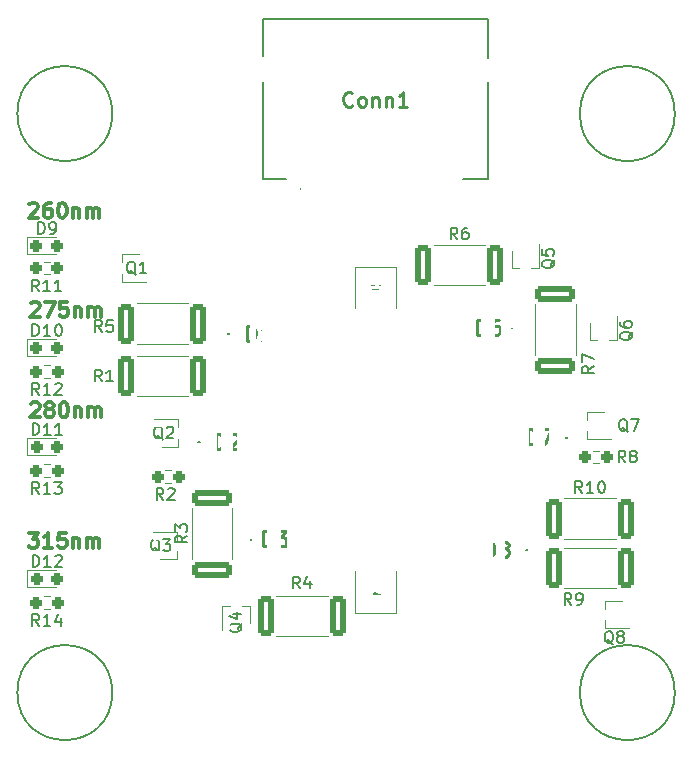
<source format=gto>
%TF.GenerationSoftware,KiCad,Pcbnew,(6.0.10)*%
%TF.CreationDate,2022-12-30T01:06:13-06:00*%
%TF.ProjectId,FluorometerLightSource,466c756f-726f-46d6-9574-65724c696768,rev?*%
%TF.SameCoordinates,Original*%
%TF.FileFunction,Legend,Top*%
%TF.FilePolarity,Positive*%
%FSLAX46Y46*%
G04 Gerber Fmt 4.6, Leading zero omitted, Abs format (unit mm)*
G04 Created by KiCad (PCBNEW (6.0.10)) date 2022-12-30 01:06:13*
%MOMM*%
%LPD*%
G01*
G04 APERTURE LIST*
G04 Aperture macros list*
%AMRoundRect*
0 Rectangle with rounded corners*
0 $1 Rounding radius*
0 $2 $3 $4 $5 $6 $7 $8 $9 X,Y pos of 4 corners*
0 Add a 4 corners polygon primitive as box body*
4,1,4,$2,$3,$4,$5,$6,$7,$8,$9,$2,$3,0*
0 Add four circle primitives for the rounded corners*
1,1,$1+$1,$2,$3*
1,1,$1+$1,$4,$5*
1,1,$1+$1,$6,$7*
1,1,$1+$1,$8,$9*
0 Add four rect primitives between the rounded corners*
20,1,$1+$1,$2,$3,$4,$5,0*
20,1,$1+$1,$4,$5,$6,$7,0*
20,1,$1+$1,$6,$7,$8,$9,0*
20,1,$1+$1,$8,$9,$2,$3,0*%
G04 Aperture macros list end*
%ADD10C,0.300000*%
%ADD11C,0.150000*%
%ADD12C,0.254000*%
%ADD13C,0.120000*%
%ADD14C,0.100000*%
%ADD15C,0.200000*%
%ADD16RoundRect,0.237500X-0.250000X-0.237500X0.250000X-0.237500X0.250000X0.237500X-0.250000X0.237500X0*%
%ADD17RoundRect,0.237500X-0.287500X-0.237500X0.287500X-0.237500X0.287500X0.237500X-0.287500X0.237500X0*%
%ADD18R,0.500000X3.150000*%
%ADD19R,0.500000X3.160000*%
%ADD20R,1.240000X3.150000*%
%ADD21R,3.150000X1.330000*%
%ADD22R,0.600000X3.200000*%
%ADD23R,1.000000X3.200000*%
%ADD24C,2.946400*%
%ADD25R,0.700000X0.450000*%
%ADD26RoundRect,0.249999X-1.425001X0.450001X-1.425001X-0.450001X1.425001X-0.450001X1.425001X0.450001X0*%
%ADD27RoundRect,0.237500X0.250000X0.237500X-0.250000X0.237500X-0.250000X-0.237500X0.250000X-0.237500X0*%
%ADD28R,0.450000X0.700000*%
%ADD29RoundRect,0.249999X-0.450001X-1.425001X0.450001X-1.425001X0.450001X1.425001X-0.450001X1.425001X0*%
%ADD30R,0.900000X3.400000*%
%ADD31R,1.000000X3.400000*%
%ADD32RoundRect,0.249999X0.450001X1.425001X-0.450001X1.425001X-0.450001X-1.425001X0.450001X-1.425001X0*%
%ADD33C,3.400000*%
%ADD34R,1.635000X1.635000*%
%ADD35C,1.635000*%
G04 APERTURE END LIST*
D10*
X133089952Y-118049523D02*
X133876142Y-118049523D01*
X133452809Y-118533333D01*
X133634238Y-118533333D01*
X133755190Y-118593809D01*
X133815666Y-118654285D01*
X133876142Y-118775238D01*
X133876142Y-119077619D01*
X133815666Y-119198571D01*
X133755190Y-119259047D01*
X133634238Y-119319523D01*
X133271380Y-119319523D01*
X133150428Y-119259047D01*
X133089952Y-119198571D01*
X135085666Y-119319523D02*
X134359952Y-119319523D01*
X134722809Y-119319523D02*
X134722809Y-118049523D01*
X134601857Y-118230952D01*
X134480904Y-118351904D01*
X134359952Y-118412380D01*
X136234714Y-118049523D02*
X135629952Y-118049523D01*
X135569476Y-118654285D01*
X135629952Y-118593809D01*
X135750904Y-118533333D01*
X136053285Y-118533333D01*
X136174238Y-118593809D01*
X136234714Y-118654285D01*
X136295190Y-118775238D01*
X136295190Y-119077619D01*
X136234714Y-119198571D01*
X136174238Y-119259047D01*
X136053285Y-119319523D01*
X135750904Y-119319523D01*
X135629952Y-119259047D01*
X135569476Y-119198571D01*
X136839476Y-118472857D02*
X136839476Y-119319523D01*
X136839476Y-118593809D02*
X136899952Y-118533333D01*
X137020904Y-118472857D01*
X137202333Y-118472857D01*
X137323285Y-118533333D01*
X137383761Y-118654285D01*
X137383761Y-119319523D01*
X137988523Y-119319523D02*
X137988523Y-118472857D01*
X137988523Y-118593809D02*
X138049000Y-118533333D01*
X138169952Y-118472857D01*
X138351380Y-118472857D01*
X138472333Y-118533333D01*
X138532809Y-118654285D01*
X138532809Y-119319523D01*
X138532809Y-118654285D02*
X138593285Y-118533333D01*
X138714238Y-118472857D01*
X138895666Y-118472857D01*
X139016619Y-118533333D01*
X139077095Y-118654285D01*
X139077095Y-119319523D01*
X133277428Y-107121476D02*
X133337904Y-107061000D01*
X133458857Y-107000523D01*
X133761238Y-107000523D01*
X133882190Y-107061000D01*
X133942666Y-107121476D01*
X134003142Y-107242428D01*
X134003142Y-107363380D01*
X133942666Y-107544809D01*
X133216952Y-108270523D01*
X134003142Y-108270523D01*
X134728857Y-107544809D02*
X134607904Y-107484333D01*
X134547428Y-107423857D01*
X134486952Y-107302904D01*
X134486952Y-107242428D01*
X134547428Y-107121476D01*
X134607904Y-107061000D01*
X134728857Y-107000523D01*
X134970761Y-107000523D01*
X135091714Y-107061000D01*
X135152190Y-107121476D01*
X135212666Y-107242428D01*
X135212666Y-107302904D01*
X135152190Y-107423857D01*
X135091714Y-107484333D01*
X134970761Y-107544809D01*
X134728857Y-107544809D01*
X134607904Y-107605285D01*
X134547428Y-107665761D01*
X134486952Y-107786714D01*
X134486952Y-108028619D01*
X134547428Y-108149571D01*
X134607904Y-108210047D01*
X134728857Y-108270523D01*
X134970761Y-108270523D01*
X135091714Y-108210047D01*
X135152190Y-108149571D01*
X135212666Y-108028619D01*
X135212666Y-107786714D01*
X135152190Y-107665761D01*
X135091714Y-107605285D01*
X134970761Y-107544809D01*
X135998857Y-107000523D02*
X136119809Y-107000523D01*
X136240761Y-107061000D01*
X136301238Y-107121476D01*
X136361714Y-107242428D01*
X136422190Y-107484333D01*
X136422190Y-107786714D01*
X136361714Y-108028619D01*
X136301238Y-108149571D01*
X136240761Y-108210047D01*
X136119809Y-108270523D01*
X135998857Y-108270523D01*
X135877904Y-108210047D01*
X135817428Y-108149571D01*
X135756952Y-108028619D01*
X135696476Y-107786714D01*
X135696476Y-107484333D01*
X135756952Y-107242428D01*
X135817428Y-107121476D01*
X135877904Y-107061000D01*
X135998857Y-107000523D01*
X136966476Y-107423857D02*
X136966476Y-108270523D01*
X136966476Y-107544809D02*
X137026952Y-107484333D01*
X137147904Y-107423857D01*
X137329333Y-107423857D01*
X137450285Y-107484333D01*
X137510761Y-107605285D01*
X137510761Y-108270523D01*
X138115523Y-108270523D02*
X138115523Y-107423857D01*
X138115523Y-107544809D02*
X138176000Y-107484333D01*
X138296952Y-107423857D01*
X138478380Y-107423857D01*
X138599333Y-107484333D01*
X138659809Y-107605285D01*
X138659809Y-108270523D01*
X138659809Y-107605285D02*
X138720285Y-107484333D01*
X138841238Y-107423857D01*
X139022666Y-107423857D01*
X139143619Y-107484333D01*
X139204095Y-107605285D01*
X139204095Y-108270523D01*
X133277428Y-98612476D02*
X133337904Y-98552000D01*
X133458857Y-98491523D01*
X133761238Y-98491523D01*
X133882190Y-98552000D01*
X133942666Y-98612476D01*
X134003142Y-98733428D01*
X134003142Y-98854380D01*
X133942666Y-99035809D01*
X133216952Y-99761523D01*
X134003142Y-99761523D01*
X134426476Y-98491523D02*
X135273142Y-98491523D01*
X134728857Y-99761523D01*
X136361714Y-98491523D02*
X135756952Y-98491523D01*
X135696476Y-99096285D01*
X135756952Y-99035809D01*
X135877904Y-98975333D01*
X136180285Y-98975333D01*
X136301238Y-99035809D01*
X136361714Y-99096285D01*
X136422190Y-99217238D01*
X136422190Y-99519619D01*
X136361714Y-99640571D01*
X136301238Y-99701047D01*
X136180285Y-99761523D01*
X135877904Y-99761523D01*
X135756952Y-99701047D01*
X135696476Y-99640571D01*
X136966476Y-98914857D02*
X136966476Y-99761523D01*
X136966476Y-99035809D02*
X137026952Y-98975333D01*
X137147904Y-98914857D01*
X137329333Y-98914857D01*
X137450285Y-98975333D01*
X137510761Y-99096285D01*
X137510761Y-99761523D01*
X138115523Y-99761523D02*
X138115523Y-98914857D01*
X138115523Y-99035809D02*
X138176000Y-98975333D01*
X138296952Y-98914857D01*
X138478380Y-98914857D01*
X138599333Y-98975333D01*
X138659809Y-99096285D01*
X138659809Y-99761523D01*
X138659809Y-99096285D02*
X138720285Y-98975333D01*
X138841238Y-98914857D01*
X139022666Y-98914857D01*
X139143619Y-98975333D01*
X139204095Y-99096285D01*
X139204095Y-99761523D01*
X133150428Y-90230476D02*
X133210904Y-90170000D01*
X133331857Y-90109523D01*
X133634238Y-90109523D01*
X133755190Y-90170000D01*
X133815666Y-90230476D01*
X133876142Y-90351428D01*
X133876142Y-90472380D01*
X133815666Y-90653809D01*
X133089952Y-91379523D01*
X133876142Y-91379523D01*
X134964714Y-90109523D02*
X134722809Y-90109523D01*
X134601857Y-90170000D01*
X134541380Y-90230476D01*
X134420428Y-90411904D01*
X134359952Y-90653809D01*
X134359952Y-91137619D01*
X134420428Y-91258571D01*
X134480904Y-91319047D01*
X134601857Y-91379523D01*
X134843761Y-91379523D01*
X134964714Y-91319047D01*
X135025190Y-91258571D01*
X135085666Y-91137619D01*
X135085666Y-90835238D01*
X135025190Y-90714285D01*
X134964714Y-90653809D01*
X134843761Y-90593333D01*
X134601857Y-90593333D01*
X134480904Y-90653809D01*
X134420428Y-90714285D01*
X134359952Y-90835238D01*
X135871857Y-90109523D02*
X135992809Y-90109523D01*
X136113761Y-90170000D01*
X136174238Y-90230476D01*
X136234714Y-90351428D01*
X136295190Y-90593333D01*
X136295190Y-90895714D01*
X136234714Y-91137619D01*
X136174238Y-91258571D01*
X136113761Y-91319047D01*
X135992809Y-91379523D01*
X135871857Y-91379523D01*
X135750904Y-91319047D01*
X135690428Y-91258571D01*
X135629952Y-91137619D01*
X135569476Y-90895714D01*
X135569476Y-90593333D01*
X135629952Y-90351428D01*
X135690428Y-90230476D01*
X135750904Y-90170000D01*
X135871857Y-90109523D01*
X136839476Y-90532857D02*
X136839476Y-91379523D01*
X136839476Y-90653809D02*
X136899952Y-90593333D01*
X137020904Y-90532857D01*
X137202333Y-90532857D01*
X137323285Y-90593333D01*
X137383761Y-90714285D01*
X137383761Y-91379523D01*
X137988523Y-91379523D02*
X137988523Y-90532857D01*
X137988523Y-90653809D02*
X138049000Y-90593333D01*
X138169952Y-90532857D01*
X138351380Y-90532857D01*
X138472333Y-90593333D01*
X138532809Y-90714285D01*
X138532809Y-91379523D01*
X138532809Y-90714285D02*
X138593285Y-90593333D01*
X138714238Y-90532857D01*
X138895666Y-90532857D01*
X139016619Y-90593333D01*
X139077095Y-90714285D01*
X139077095Y-91379523D01*
D11*
X133977142Y-125928380D02*
X133643809Y-125452190D01*
X133405714Y-125928380D02*
X133405714Y-124928380D01*
X133786666Y-124928380D01*
X133881904Y-124976000D01*
X133929523Y-125023619D01*
X133977142Y-125118857D01*
X133977142Y-125261714D01*
X133929523Y-125356952D01*
X133881904Y-125404571D01*
X133786666Y-125452190D01*
X133405714Y-125452190D01*
X134929523Y-125928380D02*
X134358095Y-125928380D01*
X134643809Y-125928380D02*
X134643809Y-124928380D01*
X134548571Y-125071238D01*
X134453333Y-125166476D01*
X134358095Y-125214095D01*
X135786666Y-125261714D02*
X135786666Y-125928380D01*
X135548571Y-124880761D02*
X135310476Y-125595047D01*
X135929523Y-125595047D01*
X133977142Y-114752380D02*
X133643809Y-114276190D01*
X133405714Y-114752380D02*
X133405714Y-113752380D01*
X133786666Y-113752380D01*
X133881904Y-113800000D01*
X133929523Y-113847619D01*
X133977142Y-113942857D01*
X133977142Y-114085714D01*
X133929523Y-114180952D01*
X133881904Y-114228571D01*
X133786666Y-114276190D01*
X133405714Y-114276190D01*
X134929523Y-114752380D02*
X134358095Y-114752380D01*
X134643809Y-114752380D02*
X134643809Y-113752380D01*
X134548571Y-113895238D01*
X134453333Y-113990476D01*
X134358095Y-114038095D01*
X135262857Y-113752380D02*
X135881904Y-113752380D01*
X135548571Y-114133333D01*
X135691428Y-114133333D01*
X135786666Y-114180952D01*
X135834285Y-114228571D01*
X135881904Y-114323809D01*
X135881904Y-114561904D01*
X135834285Y-114657142D01*
X135786666Y-114704761D01*
X135691428Y-114752380D01*
X135405714Y-114752380D01*
X135310476Y-114704761D01*
X135262857Y-114657142D01*
X133977142Y-106370380D02*
X133643809Y-105894190D01*
X133405714Y-106370380D02*
X133405714Y-105370380D01*
X133786666Y-105370380D01*
X133881904Y-105418000D01*
X133929523Y-105465619D01*
X133977142Y-105560857D01*
X133977142Y-105703714D01*
X133929523Y-105798952D01*
X133881904Y-105846571D01*
X133786666Y-105894190D01*
X133405714Y-105894190D01*
X134929523Y-106370380D02*
X134358095Y-106370380D01*
X134643809Y-106370380D02*
X134643809Y-105370380D01*
X134548571Y-105513238D01*
X134453333Y-105608476D01*
X134358095Y-105656095D01*
X135310476Y-105465619D02*
X135358095Y-105418000D01*
X135453333Y-105370380D01*
X135691428Y-105370380D01*
X135786666Y-105418000D01*
X135834285Y-105465619D01*
X135881904Y-105560857D01*
X135881904Y-105656095D01*
X135834285Y-105798952D01*
X135262857Y-106370380D01*
X135881904Y-106370380D01*
X133953642Y-97607380D02*
X133620309Y-97131190D01*
X133382214Y-97607380D02*
X133382214Y-96607380D01*
X133763166Y-96607380D01*
X133858404Y-96655000D01*
X133906023Y-96702619D01*
X133953642Y-96797857D01*
X133953642Y-96940714D01*
X133906023Y-97035952D01*
X133858404Y-97083571D01*
X133763166Y-97131190D01*
X133382214Y-97131190D01*
X134906023Y-97607380D02*
X134334595Y-97607380D01*
X134620309Y-97607380D02*
X134620309Y-96607380D01*
X134525071Y-96750238D01*
X134429833Y-96845476D01*
X134334595Y-96893095D01*
X135858404Y-97607380D02*
X135286976Y-97607380D01*
X135572690Y-97607380D02*
X135572690Y-96607380D01*
X135477452Y-96750238D01*
X135382214Y-96845476D01*
X135286976Y-96893095D01*
X133419714Y-120942380D02*
X133419714Y-119942380D01*
X133657809Y-119942380D01*
X133800666Y-119990000D01*
X133895904Y-120085238D01*
X133943523Y-120180476D01*
X133991142Y-120370952D01*
X133991142Y-120513809D01*
X133943523Y-120704285D01*
X133895904Y-120799523D01*
X133800666Y-120894761D01*
X133657809Y-120942380D01*
X133419714Y-120942380D01*
X134943523Y-120942380D02*
X134372095Y-120942380D01*
X134657809Y-120942380D02*
X134657809Y-119942380D01*
X134562571Y-120085238D01*
X134467333Y-120180476D01*
X134372095Y-120228095D01*
X135324476Y-120037619D02*
X135372095Y-119990000D01*
X135467333Y-119942380D01*
X135705428Y-119942380D01*
X135800666Y-119990000D01*
X135848285Y-120037619D01*
X135895904Y-120132857D01*
X135895904Y-120228095D01*
X135848285Y-120370952D01*
X135276857Y-120942380D01*
X135895904Y-120942380D01*
X133419714Y-109766380D02*
X133419714Y-108766380D01*
X133657809Y-108766380D01*
X133800666Y-108814000D01*
X133895904Y-108909238D01*
X133943523Y-109004476D01*
X133991142Y-109194952D01*
X133991142Y-109337809D01*
X133943523Y-109528285D01*
X133895904Y-109623523D01*
X133800666Y-109718761D01*
X133657809Y-109766380D01*
X133419714Y-109766380D01*
X134943523Y-109766380D02*
X134372095Y-109766380D01*
X134657809Y-109766380D02*
X134657809Y-108766380D01*
X134562571Y-108909238D01*
X134467333Y-109004476D01*
X134372095Y-109052095D01*
X135895904Y-109766380D02*
X135324476Y-109766380D01*
X135610190Y-109766380D02*
X135610190Y-108766380D01*
X135514952Y-108909238D01*
X135419714Y-109004476D01*
X135324476Y-109052095D01*
X133405714Y-101384380D02*
X133405714Y-100384380D01*
X133643809Y-100384380D01*
X133786666Y-100432000D01*
X133881904Y-100527238D01*
X133929523Y-100622476D01*
X133977142Y-100812952D01*
X133977142Y-100955809D01*
X133929523Y-101146285D01*
X133881904Y-101241523D01*
X133786666Y-101336761D01*
X133643809Y-101384380D01*
X133405714Y-101384380D01*
X134929523Y-101384380D02*
X134358095Y-101384380D01*
X134643809Y-101384380D02*
X134643809Y-100384380D01*
X134548571Y-100527238D01*
X134453333Y-100622476D01*
X134358095Y-100670095D01*
X135548571Y-100384380D02*
X135643809Y-100384380D01*
X135739047Y-100432000D01*
X135786666Y-100479619D01*
X135834285Y-100574857D01*
X135881904Y-100765333D01*
X135881904Y-101003428D01*
X135834285Y-101193904D01*
X135786666Y-101289142D01*
X135739047Y-101336761D01*
X135643809Y-101384380D01*
X135548571Y-101384380D01*
X135453333Y-101336761D01*
X135405714Y-101289142D01*
X135358095Y-101193904D01*
X135310476Y-101003428D01*
X135310476Y-100765333D01*
X135358095Y-100574857D01*
X135405714Y-100479619D01*
X135453333Y-100432000D01*
X135548571Y-100384380D01*
X133881904Y-92748380D02*
X133881904Y-91748380D01*
X134120000Y-91748380D01*
X134262857Y-91796000D01*
X134358095Y-91891238D01*
X134405714Y-91986476D01*
X134453333Y-92176952D01*
X134453333Y-92319809D01*
X134405714Y-92510285D01*
X134358095Y-92605523D01*
X134262857Y-92700761D01*
X134120000Y-92748380D01*
X133881904Y-92748380D01*
X134929523Y-92748380D02*
X135120000Y-92748380D01*
X135215238Y-92700761D01*
X135262857Y-92653142D01*
X135358095Y-92510285D01*
X135405714Y-92319809D01*
X135405714Y-91938857D01*
X135358095Y-91843619D01*
X135310476Y-91796000D01*
X135215238Y-91748380D01*
X135024761Y-91748380D01*
X134929523Y-91796000D01*
X134881904Y-91843619D01*
X134834285Y-91938857D01*
X134834285Y-92176952D01*
X134881904Y-92272190D01*
X134929523Y-92319809D01*
X135024761Y-92367428D01*
X135215238Y-92367428D01*
X135310476Y-92319809D01*
X135358095Y-92272190D01*
X135405714Y-92176952D01*
D12*
X171054619Y-101285523D02*
X171054619Y-100015523D01*
X171357000Y-100015523D01*
X171538428Y-100076000D01*
X171659380Y-100196952D01*
X171719857Y-100317904D01*
X171780333Y-100559809D01*
X171780333Y-100741238D01*
X171719857Y-100983142D01*
X171659380Y-101104095D01*
X171538428Y-101225047D01*
X171357000Y-101285523D01*
X171054619Y-101285523D01*
X172868904Y-100015523D02*
X172627000Y-100015523D01*
X172506047Y-100076000D01*
X172445571Y-100136476D01*
X172324619Y-100317904D01*
X172264142Y-100559809D01*
X172264142Y-101043619D01*
X172324619Y-101164571D01*
X172385095Y-101225047D01*
X172506047Y-101285523D01*
X172747952Y-101285523D01*
X172868904Y-101225047D01*
X172929380Y-101164571D01*
X172989857Y-101043619D01*
X172989857Y-100741238D01*
X172929380Y-100620285D01*
X172868904Y-100559809D01*
X172747952Y-100499333D01*
X172506047Y-100499333D01*
X172385095Y-100559809D01*
X172324619Y-100620285D01*
X172264142Y-100741238D01*
D11*
X162885380Y-98020095D02*
X161885380Y-98020095D01*
X161885380Y-97782000D01*
X161933000Y-97639142D01*
X162028238Y-97543904D01*
X162123476Y-97496285D01*
X162313952Y-97448666D01*
X162456809Y-97448666D01*
X162647285Y-97496285D01*
X162742523Y-97543904D01*
X162837761Y-97639142D01*
X162885380Y-97782000D01*
X162885380Y-98020095D01*
X161885380Y-96543904D02*
X161885380Y-97020095D01*
X162361571Y-97067714D01*
X162313952Y-97020095D01*
X162266333Y-96924857D01*
X162266333Y-96686761D01*
X162313952Y-96591523D01*
X162361571Y-96543904D01*
X162456809Y-96496285D01*
X162694904Y-96496285D01*
X162790142Y-96543904D01*
X162837761Y-96591523D01*
X162885380Y-96686761D01*
X162885380Y-96924857D01*
X162837761Y-97020095D01*
X162790142Y-97067714D01*
D12*
X171782619Y-120081523D02*
X171782619Y-118811523D01*
X172085000Y-118811523D01*
X172266428Y-118872000D01*
X172387380Y-118992952D01*
X172447857Y-119113904D01*
X172508333Y-119355809D01*
X172508333Y-119537238D01*
X172447857Y-119779142D01*
X172387380Y-119900095D01*
X172266428Y-120021047D01*
X172085000Y-120081523D01*
X171782619Y-120081523D01*
X173234047Y-119355809D02*
X173113095Y-119295333D01*
X173052619Y-119234857D01*
X172992142Y-119113904D01*
X172992142Y-119053428D01*
X173052619Y-118932476D01*
X173113095Y-118872000D01*
X173234047Y-118811523D01*
X173475952Y-118811523D01*
X173596904Y-118872000D01*
X173657380Y-118932476D01*
X173717857Y-119053428D01*
X173717857Y-119113904D01*
X173657380Y-119234857D01*
X173596904Y-119295333D01*
X173475952Y-119355809D01*
X173234047Y-119355809D01*
X173113095Y-119416285D01*
X173052619Y-119476761D01*
X172992142Y-119597714D01*
X172992142Y-119839619D01*
X173052619Y-119960571D01*
X173113095Y-120021047D01*
X173234047Y-120081523D01*
X173475952Y-120081523D01*
X173596904Y-120021047D01*
X173657380Y-119960571D01*
X173717857Y-119839619D01*
X173717857Y-119597714D01*
X173657380Y-119476761D01*
X173596904Y-119416285D01*
X173475952Y-119355809D01*
X152952619Y-119192523D02*
X152952619Y-117922523D01*
X153255000Y-117922523D01*
X153436428Y-117983000D01*
X153557380Y-118103952D01*
X153617857Y-118224904D01*
X153678333Y-118466809D01*
X153678333Y-118648238D01*
X153617857Y-118890142D01*
X153557380Y-119011095D01*
X153436428Y-119132047D01*
X153255000Y-119192523D01*
X152952619Y-119192523D01*
X154101666Y-117922523D02*
X154887857Y-117922523D01*
X154464523Y-118406333D01*
X154645952Y-118406333D01*
X154766904Y-118466809D01*
X154827380Y-118527285D01*
X154887857Y-118648238D01*
X154887857Y-118950619D01*
X154827380Y-119071571D01*
X154766904Y-119132047D01*
X154645952Y-119192523D01*
X154283095Y-119192523D01*
X154162142Y-119132047D01*
X154101666Y-119071571D01*
D11*
X182580761Y-127465619D02*
X182485523Y-127418000D01*
X182390285Y-127322761D01*
X182247428Y-127179904D01*
X182152190Y-127132285D01*
X182056952Y-127132285D01*
X182104571Y-127370380D02*
X182009333Y-127322761D01*
X181914095Y-127227523D01*
X181866476Y-127037047D01*
X181866476Y-126703714D01*
X181914095Y-126513238D01*
X182009333Y-126418000D01*
X182104571Y-126370380D01*
X182295047Y-126370380D01*
X182390285Y-126418000D01*
X182485523Y-126513238D01*
X182533142Y-126703714D01*
X182533142Y-127037047D01*
X182485523Y-127227523D01*
X182390285Y-127322761D01*
X182295047Y-127370380D01*
X182104571Y-127370380D01*
X183104571Y-126798952D02*
X183009333Y-126751333D01*
X182961714Y-126703714D01*
X182914095Y-126608476D01*
X182914095Y-126560857D01*
X182961714Y-126465619D01*
X183009333Y-126418000D01*
X183104571Y-126370380D01*
X183295047Y-126370380D01*
X183390285Y-126418000D01*
X183437904Y-126465619D01*
X183485523Y-126560857D01*
X183485523Y-126608476D01*
X183437904Y-126703714D01*
X183390285Y-126751333D01*
X183295047Y-126798952D01*
X183104571Y-126798952D01*
X183009333Y-126846571D01*
X182961714Y-126894190D01*
X182914095Y-126989428D01*
X182914095Y-127179904D01*
X182961714Y-127275142D01*
X183009333Y-127322761D01*
X183104571Y-127370380D01*
X183295047Y-127370380D01*
X183390285Y-127322761D01*
X183437904Y-127275142D01*
X183485523Y-127179904D01*
X183485523Y-126989428D01*
X183437904Y-126894190D01*
X183390285Y-126846571D01*
X183295047Y-126798952D01*
D12*
X151589619Y-101793523D02*
X151589619Y-100523523D01*
X151892000Y-100523523D01*
X152073428Y-100584000D01*
X152194380Y-100704952D01*
X152254857Y-100825904D01*
X152315333Y-101067809D01*
X152315333Y-101249238D01*
X152254857Y-101491142D01*
X152194380Y-101612095D01*
X152073428Y-101733047D01*
X151892000Y-101793523D01*
X151589619Y-101793523D01*
X153524857Y-101793523D02*
X152799142Y-101793523D01*
X153162000Y-101793523D02*
X153162000Y-100523523D01*
X153041047Y-100704952D01*
X152920095Y-100825904D01*
X152799142Y-100886380D01*
D11*
X146502380Y-118276666D02*
X146026190Y-118610000D01*
X146502380Y-118848095D02*
X145502380Y-118848095D01*
X145502380Y-118467142D01*
X145550000Y-118371904D01*
X145597619Y-118324285D01*
X145692857Y-118276666D01*
X145835714Y-118276666D01*
X145930952Y-118324285D01*
X145978571Y-118371904D01*
X146026190Y-118467142D01*
X146026190Y-118848095D01*
X145502380Y-117943333D02*
X145502380Y-117324285D01*
X145883333Y-117657619D01*
X145883333Y-117514761D01*
X145930952Y-117419523D01*
X145978571Y-117371904D01*
X146073809Y-117324285D01*
X146311904Y-117324285D01*
X146407142Y-117371904D01*
X146454761Y-117419523D01*
X146502380Y-117514761D01*
X146502380Y-117800476D01*
X146454761Y-117895714D01*
X146407142Y-117943333D01*
X144430761Y-110148619D02*
X144335523Y-110101000D01*
X144240285Y-110005761D01*
X144097428Y-109862904D01*
X144002190Y-109815285D01*
X143906952Y-109815285D01*
X143954571Y-110053380D02*
X143859333Y-110005761D01*
X143764095Y-109910523D01*
X143716476Y-109720047D01*
X143716476Y-109386714D01*
X143764095Y-109196238D01*
X143859333Y-109101000D01*
X143954571Y-109053380D01*
X144145047Y-109053380D01*
X144240285Y-109101000D01*
X144335523Y-109196238D01*
X144383142Y-109386714D01*
X144383142Y-109720047D01*
X144335523Y-109910523D01*
X144240285Y-110005761D01*
X144145047Y-110053380D01*
X143954571Y-110053380D01*
X144764095Y-109148619D02*
X144811714Y-109101000D01*
X144906952Y-109053380D01*
X145145047Y-109053380D01*
X145240285Y-109101000D01*
X145287904Y-109148619D01*
X145335523Y-109243857D01*
X145335523Y-109339095D01*
X145287904Y-109481952D01*
X144716476Y-110053380D01*
X145335523Y-110053380D01*
X144486333Y-115260380D02*
X144153000Y-114784190D01*
X143914904Y-115260380D02*
X143914904Y-114260380D01*
X144295857Y-114260380D01*
X144391095Y-114308000D01*
X144438714Y-114355619D01*
X144486333Y-114450857D01*
X144486333Y-114593714D01*
X144438714Y-114688952D01*
X144391095Y-114736571D01*
X144295857Y-114784190D01*
X143914904Y-114784190D01*
X144867285Y-114355619D02*
X144914904Y-114308000D01*
X145010142Y-114260380D01*
X145248238Y-114260380D01*
X145343476Y-114308000D01*
X145391095Y-114355619D01*
X145438714Y-114450857D01*
X145438714Y-114546095D01*
X145391095Y-114688952D01*
X144819666Y-115260380D01*
X145438714Y-115260380D01*
X180919380Y-103925666D02*
X180443190Y-104259000D01*
X180919380Y-104497095D02*
X179919380Y-104497095D01*
X179919380Y-104116142D01*
X179967000Y-104020904D01*
X180014619Y-103973285D01*
X180109857Y-103925666D01*
X180252714Y-103925666D01*
X180347952Y-103973285D01*
X180395571Y-104020904D01*
X180443190Y-104116142D01*
X180443190Y-104497095D01*
X179919380Y-103592333D02*
X179919380Y-102925666D01*
X180919380Y-103354238D01*
X177630619Y-94914238D02*
X177583000Y-95009476D01*
X177487761Y-95104714D01*
X177344904Y-95247571D01*
X177297285Y-95342809D01*
X177297285Y-95438047D01*
X177535380Y-95390428D02*
X177487761Y-95485666D01*
X177392523Y-95580904D01*
X177202047Y-95628523D01*
X176868714Y-95628523D01*
X176678238Y-95580904D01*
X176583000Y-95485666D01*
X176535380Y-95390428D01*
X176535380Y-95199952D01*
X176583000Y-95104714D01*
X176678238Y-95009476D01*
X176868714Y-94961857D01*
X177202047Y-94961857D01*
X177392523Y-95009476D01*
X177487761Y-95104714D01*
X177535380Y-95199952D01*
X177535380Y-95390428D01*
X176535380Y-94057095D02*
X176535380Y-94533285D01*
X177011571Y-94580904D01*
X176963952Y-94533285D01*
X176916333Y-94438047D01*
X176916333Y-94199952D01*
X176963952Y-94104714D01*
X177011571Y-94057095D01*
X177106809Y-94009476D01*
X177344904Y-94009476D01*
X177440142Y-94057095D01*
X177487761Y-94104714D01*
X177535380Y-94199952D01*
X177535380Y-94438047D01*
X177487761Y-94533285D01*
X177440142Y-94580904D01*
X184234619Y-101010238D02*
X184187000Y-101105476D01*
X184091761Y-101200714D01*
X183948904Y-101343571D01*
X183901285Y-101438809D01*
X183901285Y-101534047D01*
X184139380Y-101486428D02*
X184091761Y-101581666D01*
X183996523Y-101676904D01*
X183806047Y-101724523D01*
X183472714Y-101724523D01*
X183282238Y-101676904D01*
X183187000Y-101581666D01*
X183139380Y-101486428D01*
X183139380Y-101295952D01*
X183187000Y-101200714D01*
X183282238Y-101105476D01*
X183472714Y-101057857D01*
X183806047Y-101057857D01*
X183996523Y-101105476D01*
X184091761Y-101200714D01*
X184139380Y-101295952D01*
X184139380Y-101486428D01*
X183139380Y-100200714D02*
X183139380Y-100391190D01*
X183187000Y-100486428D01*
X183234619Y-100534047D01*
X183377476Y-100629285D01*
X183567952Y-100676904D01*
X183948904Y-100676904D01*
X184044142Y-100629285D01*
X184091761Y-100581666D01*
X184139380Y-100486428D01*
X184139380Y-100295952D01*
X184091761Y-100200714D01*
X184044142Y-100153095D01*
X183948904Y-100105476D01*
X183710809Y-100105476D01*
X183615571Y-100153095D01*
X183567952Y-100200714D01*
X183520333Y-100295952D01*
X183520333Y-100486428D01*
X183567952Y-100581666D01*
X183615571Y-100629285D01*
X183710809Y-100676904D01*
X179951142Y-114672380D02*
X179617809Y-114196190D01*
X179379714Y-114672380D02*
X179379714Y-113672380D01*
X179760666Y-113672380D01*
X179855904Y-113720000D01*
X179903523Y-113767619D01*
X179951142Y-113862857D01*
X179951142Y-114005714D01*
X179903523Y-114100952D01*
X179855904Y-114148571D01*
X179760666Y-114196190D01*
X179379714Y-114196190D01*
X180903523Y-114672380D02*
X180332095Y-114672380D01*
X180617809Y-114672380D02*
X180617809Y-113672380D01*
X180522571Y-113815238D01*
X180427333Y-113910476D01*
X180332095Y-113958095D01*
X181522571Y-113672380D02*
X181617809Y-113672380D01*
X181713047Y-113720000D01*
X181760666Y-113767619D01*
X181808285Y-113862857D01*
X181855904Y-114053333D01*
X181855904Y-114291428D01*
X181808285Y-114481904D01*
X181760666Y-114577142D01*
X181713047Y-114624761D01*
X181617809Y-114672380D01*
X181522571Y-114672380D01*
X181427333Y-114624761D01*
X181379714Y-114577142D01*
X181332095Y-114481904D01*
X181284476Y-114291428D01*
X181284476Y-114053333D01*
X181332095Y-113862857D01*
X181379714Y-113767619D01*
X181427333Y-113720000D01*
X181522571Y-113672380D01*
X161980619Y-122171904D02*
X162980619Y-122171904D01*
X162980619Y-122410000D01*
X162933000Y-122552857D01*
X162837761Y-122648095D01*
X162742523Y-122695714D01*
X162552047Y-122743333D01*
X162409190Y-122743333D01*
X162218714Y-122695714D01*
X162123476Y-122648095D01*
X162028238Y-122552857D01*
X161980619Y-122410000D01*
X161980619Y-122171904D01*
X162647285Y-123600476D02*
X161980619Y-123600476D01*
X163028238Y-123362380D02*
X162313952Y-123124285D01*
X162313952Y-123743333D01*
X183602333Y-112085380D02*
X183269000Y-111609190D01*
X183030904Y-112085380D02*
X183030904Y-111085380D01*
X183411857Y-111085380D01*
X183507095Y-111133000D01*
X183554714Y-111180619D01*
X183602333Y-111275857D01*
X183602333Y-111418714D01*
X183554714Y-111513952D01*
X183507095Y-111561571D01*
X183411857Y-111609190D01*
X183030904Y-111609190D01*
X184173761Y-111513952D02*
X184078523Y-111466333D01*
X184030904Y-111418714D01*
X183983285Y-111323476D01*
X183983285Y-111275857D01*
X184030904Y-111180619D01*
X184078523Y-111133000D01*
X184173761Y-111085380D01*
X184364238Y-111085380D01*
X184459476Y-111133000D01*
X184507095Y-111180619D01*
X184554714Y-111275857D01*
X184554714Y-111323476D01*
X184507095Y-111418714D01*
X184459476Y-111466333D01*
X184364238Y-111513952D01*
X184173761Y-111513952D01*
X184078523Y-111561571D01*
X184030904Y-111609190D01*
X183983285Y-111704428D01*
X183983285Y-111894904D01*
X184030904Y-111990142D01*
X184078523Y-112037761D01*
X184173761Y-112085380D01*
X184364238Y-112085380D01*
X184459476Y-112037761D01*
X184507095Y-111990142D01*
X184554714Y-111894904D01*
X184554714Y-111704428D01*
X184507095Y-111609190D01*
X184459476Y-111561571D01*
X184364238Y-111513952D01*
X179030333Y-124150380D02*
X178697000Y-123674190D01*
X178458904Y-124150380D02*
X178458904Y-123150380D01*
X178839857Y-123150380D01*
X178935095Y-123198000D01*
X178982714Y-123245619D01*
X179030333Y-123340857D01*
X179030333Y-123483714D01*
X178982714Y-123578952D01*
X178935095Y-123626571D01*
X178839857Y-123674190D01*
X178458904Y-123674190D01*
X179506523Y-124150380D02*
X179697000Y-124150380D01*
X179792238Y-124102761D01*
X179839857Y-124055142D01*
X179935095Y-123912285D01*
X179982714Y-123721809D01*
X179982714Y-123340857D01*
X179935095Y-123245619D01*
X179887476Y-123198000D01*
X179792238Y-123150380D01*
X179601761Y-123150380D01*
X179506523Y-123198000D01*
X179458904Y-123245619D01*
X179411285Y-123340857D01*
X179411285Y-123578952D01*
X179458904Y-123674190D01*
X179506523Y-123721809D01*
X179601761Y-123769428D01*
X179792238Y-123769428D01*
X179887476Y-123721809D01*
X179935095Y-123674190D01*
X179982714Y-123578952D01*
X169378333Y-93209380D02*
X169045000Y-92733190D01*
X168806904Y-93209380D02*
X168806904Y-92209380D01*
X169187857Y-92209380D01*
X169283095Y-92257000D01*
X169330714Y-92304619D01*
X169378333Y-92399857D01*
X169378333Y-92542714D01*
X169330714Y-92637952D01*
X169283095Y-92685571D01*
X169187857Y-92733190D01*
X168806904Y-92733190D01*
X170235476Y-92209380D02*
X170045000Y-92209380D01*
X169949761Y-92257000D01*
X169902142Y-92304619D01*
X169806904Y-92447476D01*
X169759285Y-92637952D01*
X169759285Y-93018904D01*
X169806904Y-93114142D01*
X169854523Y-93161761D01*
X169949761Y-93209380D01*
X170140238Y-93209380D01*
X170235476Y-93161761D01*
X170283095Y-93114142D01*
X170330714Y-93018904D01*
X170330714Y-92780809D01*
X170283095Y-92685571D01*
X170235476Y-92637952D01*
X170140238Y-92590333D01*
X169949761Y-92590333D01*
X169854523Y-92637952D01*
X169806904Y-92685571D01*
X169759285Y-92780809D01*
D12*
X148922619Y-110937523D02*
X148922619Y-109667523D01*
X149225000Y-109667523D01*
X149406428Y-109728000D01*
X149527380Y-109848952D01*
X149587857Y-109969904D01*
X149648333Y-110211809D01*
X149648333Y-110393238D01*
X149587857Y-110635142D01*
X149527380Y-110756095D01*
X149406428Y-110877047D01*
X149225000Y-110937523D01*
X148922619Y-110937523D01*
X150132142Y-109788476D02*
X150192619Y-109728000D01*
X150313571Y-109667523D01*
X150615952Y-109667523D01*
X150736904Y-109728000D01*
X150797380Y-109788476D01*
X150857857Y-109909428D01*
X150857857Y-110030380D01*
X150797380Y-110211809D01*
X150071666Y-110937523D01*
X150857857Y-110937523D01*
D11*
X151169619Y-125698238D02*
X151122000Y-125793476D01*
X151026761Y-125888714D01*
X150883904Y-126031571D01*
X150836285Y-126126809D01*
X150836285Y-126222047D01*
X151074380Y-126174428D02*
X151026761Y-126269666D01*
X150931523Y-126364904D01*
X150741047Y-126412523D01*
X150407714Y-126412523D01*
X150217238Y-126364904D01*
X150122000Y-126269666D01*
X150074380Y-126174428D01*
X150074380Y-125983952D01*
X150122000Y-125888714D01*
X150217238Y-125793476D01*
X150407714Y-125745857D01*
X150741047Y-125745857D01*
X150931523Y-125793476D01*
X151026761Y-125888714D01*
X151074380Y-125983952D01*
X151074380Y-126174428D01*
X150407714Y-124888714D02*
X151074380Y-124888714D01*
X150026761Y-125126809D02*
X150741047Y-125364904D01*
X150741047Y-124745857D01*
X139279333Y-101036380D02*
X138946000Y-100560190D01*
X138707904Y-101036380D02*
X138707904Y-100036380D01*
X139088857Y-100036380D01*
X139184095Y-100084000D01*
X139231714Y-100131619D01*
X139279333Y-100226857D01*
X139279333Y-100369714D01*
X139231714Y-100464952D01*
X139184095Y-100512571D01*
X139088857Y-100560190D01*
X138707904Y-100560190D01*
X140184095Y-100036380D02*
X139707904Y-100036380D01*
X139660285Y-100512571D01*
X139707904Y-100464952D01*
X139803142Y-100417333D01*
X140041238Y-100417333D01*
X140136476Y-100464952D01*
X140184095Y-100512571D01*
X140231714Y-100607809D01*
X140231714Y-100845904D01*
X140184095Y-100941142D01*
X140136476Y-100988761D01*
X140041238Y-101036380D01*
X139803142Y-101036380D01*
X139707904Y-100988761D01*
X139660285Y-100941142D01*
D12*
X160497261Y-81860571D02*
X160436785Y-81921047D01*
X160255357Y-81981523D01*
X160134404Y-81981523D01*
X159952976Y-81921047D01*
X159832023Y-81800095D01*
X159771547Y-81679142D01*
X159711071Y-81437238D01*
X159711071Y-81255809D01*
X159771547Y-81013904D01*
X159832023Y-80892952D01*
X159952976Y-80772000D01*
X160134404Y-80711523D01*
X160255357Y-80711523D01*
X160436785Y-80772000D01*
X160497261Y-80832476D01*
X161222976Y-81981523D02*
X161102023Y-81921047D01*
X161041547Y-81860571D01*
X160981071Y-81739619D01*
X160981071Y-81376761D01*
X161041547Y-81255809D01*
X161102023Y-81195333D01*
X161222976Y-81134857D01*
X161404404Y-81134857D01*
X161525357Y-81195333D01*
X161585833Y-81255809D01*
X161646309Y-81376761D01*
X161646309Y-81739619D01*
X161585833Y-81860571D01*
X161525357Y-81921047D01*
X161404404Y-81981523D01*
X161222976Y-81981523D01*
X162190595Y-81134857D02*
X162190595Y-81981523D01*
X162190595Y-81255809D02*
X162251071Y-81195333D01*
X162372023Y-81134857D01*
X162553452Y-81134857D01*
X162674404Y-81195333D01*
X162734880Y-81316285D01*
X162734880Y-81981523D01*
X163339642Y-81134857D02*
X163339642Y-81981523D01*
X163339642Y-81255809D02*
X163400119Y-81195333D01*
X163521071Y-81134857D01*
X163702500Y-81134857D01*
X163823452Y-81195333D01*
X163883928Y-81316285D01*
X163883928Y-81981523D01*
X165153928Y-81981523D02*
X164428214Y-81981523D01*
X164791071Y-81981523D02*
X164791071Y-80711523D01*
X164670119Y-80892952D01*
X164549166Y-81013904D01*
X164428214Y-81074380D01*
D11*
X144176761Y-119673619D02*
X144081523Y-119626000D01*
X143986285Y-119530761D01*
X143843428Y-119387904D01*
X143748190Y-119340285D01*
X143652952Y-119340285D01*
X143700571Y-119578380D02*
X143605333Y-119530761D01*
X143510095Y-119435523D01*
X143462476Y-119245047D01*
X143462476Y-118911714D01*
X143510095Y-118721238D01*
X143605333Y-118626000D01*
X143700571Y-118578380D01*
X143891047Y-118578380D01*
X143986285Y-118626000D01*
X144081523Y-118721238D01*
X144129142Y-118911714D01*
X144129142Y-119245047D01*
X144081523Y-119435523D01*
X143986285Y-119530761D01*
X143891047Y-119578380D01*
X143700571Y-119578380D01*
X144462476Y-118578380D02*
X145081523Y-118578380D01*
X144748190Y-118959333D01*
X144891047Y-118959333D01*
X144986285Y-119006952D01*
X145033904Y-119054571D01*
X145081523Y-119149809D01*
X145081523Y-119387904D01*
X145033904Y-119483142D01*
X144986285Y-119530761D01*
X144891047Y-119578380D01*
X144605333Y-119578380D01*
X144510095Y-119530761D01*
X144462476Y-119483142D01*
X142144761Y-96178619D02*
X142049523Y-96131000D01*
X141954285Y-96035761D01*
X141811428Y-95892904D01*
X141716190Y-95845285D01*
X141620952Y-95845285D01*
X141668571Y-96083380D02*
X141573333Y-96035761D01*
X141478095Y-95940523D01*
X141430476Y-95750047D01*
X141430476Y-95416714D01*
X141478095Y-95226238D01*
X141573333Y-95131000D01*
X141668571Y-95083380D01*
X141859047Y-95083380D01*
X141954285Y-95131000D01*
X142049523Y-95226238D01*
X142097142Y-95416714D01*
X142097142Y-95750047D01*
X142049523Y-95940523D01*
X141954285Y-96035761D01*
X141859047Y-96083380D01*
X141668571Y-96083380D01*
X143049523Y-96083380D02*
X142478095Y-96083380D01*
X142763809Y-96083380D02*
X142763809Y-95083380D01*
X142668571Y-95226238D01*
X142573333Y-95321476D01*
X142478095Y-95369095D01*
D12*
X175338619Y-110556523D02*
X175338619Y-109286523D01*
X175641000Y-109286523D01*
X175822428Y-109347000D01*
X175943380Y-109467952D01*
X176003857Y-109588904D01*
X176064333Y-109830809D01*
X176064333Y-110012238D01*
X176003857Y-110254142D01*
X175943380Y-110375095D01*
X175822428Y-110496047D01*
X175641000Y-110556523D01*
X175338619Y-110556523D01*
X176487666Y-109286523D02*
X177334333Y-109286523D01*
X176790047Y-110556523D01*
D11*
X139279333Y-105227380D02*
X138946000Y-104751190D01*
X138707904Y-105227380D02*
X138707904Y-104227380D01*
X139088857Y-104227380D01*
X139184095Y-104275000D01*
X139231714Y-104322619D01*
X139279333Y-104417857D01*
X139279333Y-104560714D01*
X139231714Y-104655952D01*
X139184095Y-104703571D01*
X139088857Y-104751190D01*
X138707904Y-104751190D01*
X140231714Y-105227380D02*
X139660285Y-105227380D01*
X139946000Y-105227380D02*
X139946000Y-104227380D01*
X139850761Y-104370238D01*
X139755523Y-104465476D01*
X139660285Y-104513095D01*
X156043333Y-122753380D02*
X155710000Y-122277190D01*
X155471904Y-122753380D02*
X155471904Y-121753380D01*
X155852857Y-121753380D01*
X155948095Y-121801000D01*
X155995714Y-121848619D01*
X156043333Y-121943857D01*
X156043333Y-122086714D01*
X155995714Y-122181952D01*
X155948095Y-122229571D01*
X155852857Y-122277190D01*
X155471904Y-122277190D01*
X156900476Y-122086714D02*
X156900476Y-122753380D01*
X156662380Y-121705761D02*
X156424285Y-122420047D01*
X157043333Y-122420047D01*
X183800761Y-109513619D02*
X183705523Y-109466000D01*
X183610285Y-109370761D01*
X183467428Y-109227904D01*
X183372190Y-109180285D01*
X183276952Y-109180285D01*
X183324571Y-109418380D02*
X183229333Y-109370761D01*
X183134095Y-109275523D01*
X183086476Y-109085047D01*
X183086476Y-108751714D01*
X183134095Y-108561238D01*
X183229333Y-108466000D01*
X183324571Y-108418380D01*
X183515047Y-108418380D01*
X183610285Y-108466000D01*
X183705523Y-108561238D01*
X183753142Y-108751714D01*
X183753142Y-109085047D01*
X183705523Y-109275523D01*
X183610285Y-109370761D01*
X183515047Y-109418380D01*
X183324571Y-109418380D01*
X184086476Y-108418380D02*
X184753142Y-108418380D01*
X184324571Y-109418380D01*
D13*
X134365276Y-123429500D02*
X134874724Y-123429500D01*
X134365276Y-124474500D02*
X134874724Y-124474500D01*
X134365276Y-113298500D02*
X134874724Y-113298500D01*
X134365276Y-112253500D02*
X134874724Y-112253500D01*
X134365276Y-104916500D02*
X134874724Y-104916500D01*
X134365276Y-103871500D02*
X134874724Y-103871500D01*
X134341776Y-95108500D02*
X134851224Y-95108500D01*
X134341776Y-96153500D02*
X134851224Y-96153500D01*
X135434000Y-121185000D02*
X132974000Y-121185000D01*
X132974000Y-122655000D02*
X135434000Y-122655000D01*
X132974000Y-121185000D02*
X132974000Y-122655000D01*
X135434000Y-110009000D02*
X132974000Y-110009000D01*
X132974000Y-111479000D02*
X135434000Y-111479000D01*
X132974000Y-110009000D02*
X132974000Y-111479000D01*
X135420000Y-101627000D02*
X132960000Y-101627000D01*
X132960000Y-103097000D02*
X135420000Y-103097000D01*
X132960000Y-101627000D02*
X132960000Y-103097000D01*
X135420000Y-92991000D02*
X132960000Y-92991000D01*
X132960000Y-94461000D02*
X135420000Y-94461000D01*
X132960000Y-92991000D02*
X132960000Y-94461000D01*
D14*
X173942000Y-100711000D02*
X173942000Y-100711000D01*
X174042000Y-100711000D02*
X174042000Y-100711000D01*
X174042000Y-100711000D02*
G75*
G03*
X173942000Y-100711000I-50000J0D01*
G01*
X173942000Y-100711000D02*
G75*
G03*
X174042000Y-100711000I50000J0D01*
G01*
D13*
X164183000Y-99032000D02*
X164183000Y-95532000D01*
X160683000Y-95532000D02*
X160683000Y-99032000D01*
X164183000Y-95532000D02*
X160683000Y-95532000D01*
D15*
X175295000Y-119507000D02*
X175295000Y-119507000D01*
X175195000Y-119507000D02*
X175195000Y-119507000D01*
X175295000Y-119507000D02*
X175295000Y-119507000D01*
X175195000Y-119507000D02*
G75*
G03*
X175295000Y-119507000I50000J0D01*
G01*
X175295000Y-119507000D02*
G75*
G03*
X175195000Y-119507000I-50000J0D01*
G01*
X175295000Y-119507000D02*
G75*
G03*
X175195000Y-119507000I-50000J0D01*
G01*
D11*
X140162283Y-82550000D02*
G75*
G03*
X140162283Y-82550000I-4018283J0D01*
G01*
D14*
X151840000Y-118618000D02*
X151840000Y-118618000D01*
X151940000Y-118618000D02*
X151940000Y-118618000D01*
X151940000Y-118618000D02*
G75*
G03*
X151840000Y-118618000I-50000J0D01*
G01*
X151840000Y-118618000D02*
G75*
G03*
X151940000Y-118618000I50000J0D01*
G01*
D13*
X181896000Y-124468000D02*
X181896000Y-123808000D01*
X181896000Y-126128000D02*
X181896000Y-125468000D01*
X181896000Y-126128000D02*
X183926000Y-126128000D01*
X183306000Y-123808000D02*
X181896000Y-123808000D01*
D15*
X149952000Y-101219000D02*
X149952000Y-101219000D01*
X150052000Y-101219000D02*
X150052000Y-101219000D01*
X149952000Y-101219000D02*
X149952000Y-101219000D01*
X149952000Y-101219000D02*
G75*
G03*
X150052000Y-101219000I50000J0D01*
G01*
X150052000Y-101219000D02*
G75*
G03*
X149952000Y-101219000I-50000J0D01*
G01*
X149952000Y-101219000D02*
G75*
G03*
X150052000Y-101219000I50000J0D01*
G01*
D13*
X146880000Y-115932936D02*
X146880000Y-120287064D01*
X150300000Y-115932936D02*
X150300000Y-120287064D01*
X144354000Y-110761000D02*
X145764000Y-110761000D01*
X145764000Y-110101000D02*
X145764000Y-110761000D01*
X145764000Y-108441000D02*
X143734000Y-108441000D01*
X145764000Y-108441000D02*
X145764000Y-109101000D01*
X145161724Y-112761500D02*
X144652276Y-112761500D01*
X145161724Y-113806500D02*
X144652276Y-113806500D01*
X179383000Y-98660936D02*
X179383000Y-103015064D01*
X175963000Y-98660936D02*
X175963000Y-103015064D01*
X173973000Y-94189000D02*
X173973000Y-95599000D01*
X176293000Y-95599000D02*
X175633000Y-95599000D01*
X174633000Y-95599000D02*
X173973000Y-95599000D01*
X176293000Y-95599000D02*
X176293000Y-93569000D01*
X182897000Y-101695000D02*
X182897000Y-99665000D01*
X182897000Y-101695000D02*
X182237000Y-101695000D01*
X180577000Y-100285000D02*
X180577000Y-101695000D01*
X181237000Y-101695000D02*
X180577000Y-101695000D01*
D11*
X187787283Y-131572000D02*
G75*
G03*
X187787283Y-131572000I-4018283J0D01*
G01*
D13*
X178416936Y-115130000D02*
X182771064Y-115130000D01*
X178416936Y-118550000D02*
X182771064Y-118550000D01*
X160683000Y-124813000D02*
X164183000Y-124813000D01*
X164183000Y-124813000D02*
X164183000Y-121313000D01*
X160683000Y-121313000D02*
X160683000Y-124813000D01*
X180847276Y-111110500D02*
X181356724Y-111110500D01*
X180847276Y-112155500D02*
X181356724Y-112155500D01*
X178416936Y-119321000D02*
X182771064Y-119321000D01*
X178416936Y-122741000D02*
X182771064Y-122741000D01*
X167367936Y-93667000D02*
X171722064Y-93667000D01*
X167367936Y-97087000D02*
X171722064Y-97087000D01*
D15*
X147560000Y-110363000D02*
X147560000Y-110363000D01*
X147460000Y-110363000D02*
X147460000Y-110363000D01*
X147460000Y-110363000D02*
X147460000Y-110363000D01*
X147460000Y-110363000D02*
G75*
G03*
X147560000Y-110363000I50000J0D01*
G01*
X147460000Y-110363000D02*
G75*
G03*
X147560000Y-110363000I50000J0D01*
G01*
X147560000Y-110363000D02*
G75*
G03*
X147460000Y-110363000I-50000J0D01*
G01*
D11*
X140162283Y-131572000D02*
G75*
G03*
X140162283Y-131572000I-4018283J0D01*
G01*
D13*
X149462000Y-124238000D02*
X150122000Y-124238000D01*
X151122000Y-124238000D02*
X151782000Y-124238000D01*
X149462000Y-124238000D02*
X149462000Y-126268000D01*
X151782000Y-125648000D02*
X151782000Y-124238000D01*
X146576064Y-102040000D02*
X142221936Y-102040000D01*
X146576064Y-98620000D02*
X142221936Y-98620000D01*
D11*
X187787283Y-82550000D02*
G75*
G03*
X187787283Y-82550000I-4018283J0D01*
G01*
D15*
X171975500Y-88118000D02*
X171975500Y-79868000D01*
X171975500Y-77868000D02*
X171975500Y-74528000D01*
X152905500Y-88118000D02*
X154890500Y-88118000D01*
X152890500Y-74528000D02*
X152905500Y-77668000D01*
X152905500Y-79868000D02*
X152905500Y-88118000D01*
X171975500Y-74528000D02*
X152890500Y-74528000D01*
D14*
X156090500Y-88968000D02*
X156090500Y-88968000D01*
D15*
X169890500Y-88118000D02*
X171975500Y-88118000D01*
D14*
X156090500Y-88868000D02*
X156090500Y-88868000D01*
X156090500Y-88868000D02*
G75*
G03*
X156090500Y-88968000I0J-50000D01*
G01*
X156090500Y-88968000D02*
G75*
G03*
X156090500Y-88868000I0J50000D01*
G01*
D13*
X145637000Y-119626000D02*
X145637000Y-120286000D01*
X144227000Y-120286000D02*
X145637000Y-120286000D01*
X145637000Y-117966000D02*
X145637000Y-118626000D01*
X145637000Y-117966000D02*
X143607000Y-117966000D01*
X141002000Y-95131000D02*
X141002000Y-94471000D01*
X141002000Y-96791000D02*
X143032000Y-96791000D01*
X141002000Y-96791000D02*
X141002000Y-96131000D01*
X142412000Y-94471000D02*
X141002000Y-94471000D01*
D15*
X178576000Y-109982000D02*
X178576000Y-109982000D01*
X178676000Y-109982000D02*
X178676000Y-109982000D01*
X178676000Y-109982000D02*
X178676000Y-109982000D01*
X178676000Y-109982000D02*
G75*
G03*
X178576000Y-109982000I-50000J0D01*
G01*
X178576000Y-109982000D02*
G75*
G03*
X178676000Y-109982000I50000J0D01*
G01*
X178676000Y-109982000D02*
G75*
G03*
X178576000Y-109982000I-50000J0D01*
G01*
D13*
X146576064Y-103065000D02*
X142221936Y-103065000D01*
X146576064Y-106485000D02*
X142221936Y-106485000D01*
X158387064Y-126805000D02*
X154032936Y-126805000D01*
X158387064Y-123385000D02*
X154032936Y-123385000D01*
X180372000Y-110126000D02*
X180372000Y-109466000D01*
X180372000Y-110126000D02*
X182402000Y-110126000D01*
X180372000Y-108466000D02*
X180372000Y-107806000D01*
X181782000Y-107806000D02*
X180372000Y-107806000D01*
%LPC*%
D16*
X133707500Y-123952000D03*
X135532500Y-123952000D03*
X135532500Y-112776000D03*
X133707500Y-112776000D03*
X135532500Y-104394000D03*
X133707500Y-104394000D03*
X133684000Y-95631000D03*
X135509000Y-95631000D03*
D17*
X133759000Y-121920000D03*
X135509000Y-121920000D03*
X133759000Y-110744000D03*
X135509000Y-110744000D03*
X133745000Y-102362000D03*
X135495000Y-102362000D03*
X133745000Y-93726000D03*
X135495000Y-93726000D03*
D18*
X173292000Y-100711000D03*
D19*
X170692000Y-100711000D03*
D20*
X171992000Y-100711000D03*
D21*
X162433000Y-96367000D03*
X162433000Y-98197000D03*
D22*
X173195000Y-119507000D03*
X170595000Y-119507000D03*
D23*
X171895000Y-119507000D03*
D24*
X136144000Y-82550000D03*
D18*
X152590000Y-118618000D03*
D19*
X155190000Y-118618000D03*
D20*
X153890000Y-118618000D03*
D25*
X183626000Y-125618000D03*
X183626000Y-124318000D03*
X181626000Y-124968000D03*
D22*
X152052000Y-101219000D03*
X154652000Y-101219000D03*
D23*
X153352000Y-101219000D03*
D26*
X148590000Y-115060000D03*
X148590000Y-121160000D03*
D25*
X144034000Y-108951000D03*
X144034000Y-110251000D03*
X146034000Y-109601000D03*
D27*
X145819500Y-113284000D03*
X143994500Y-113284000D03*
D26*
X177673000Y-97788000D03*
X177673000Y-103888000D03*
D28*
X175783000Y-93869000D03*
X174483000Y-93869000D03*
X175133000Y-95869000D03*
X182387000Y-99965000D03*
X181087000Y-99965000D03*
X181737000Y-101965000D03*
D24*
X183769000Y-131572000D03*
D29*
X177544000Y-116840000D03*
X183644000Y-116840000D03*
D21*
X162433000Y-123978000D03*
X162433000Y-122148000D03*
D16*
X180189500Y-111633000D03*
X182014500Y-111633000D03*
D29*
X177544000Y-121031000D03*
X183644000Y-121031000D03*
X166495000Y-95377000D03*
X172595000Y-95377000D03*
D30*
X148610000Y-110363000D03*
X151110000Y-110363000D03*
D31*
X149860000Y-110363000D03*
D24*
X136144000Y-131572000D03*
D28*
X149972000Y-125968000D03*
X151272000Y-125968000D03*
X150622000Y-123968000D03*
D32*
X147449000Y-100330000D03*
X141349000Y-100330000D03*
D24*
X183769000Y-82550000D03*
D33*
X170190500Y-78828000D03*
X154690500Y-78828000D03*
D34*
X156090500Y-87468000D03*
D35*
X158630500Y-87468000D03*
X161170500Y-87468000D03*
X163710500Y-87468000D03*
X166250500Y-87468000D03*
X168790500Y-87468000D03*
D25*
X143907000Y-118476000D03*
X143907000Y-119776000D03*
X145907000Y-119126000D03*
X142732000Y-96281000D03*
X142732000Y-94981000D03*
X140732000Y-95631000D03*
D30*
X177526000Y-109982000D03*
X175026000Y-109982000D03*
D31*
X176276000Y-109982000D03*
D32*
X147449000Y-104775000D03*
X141349000Y-104775000D03*
X159260000Y-125095000D03*
X153160000Y-125095000D03*
D25*
X182102000Y-109616000D03*
X182102000Y-108316000D03*
X180102000Y-108966000D03*
M02*

</source>
